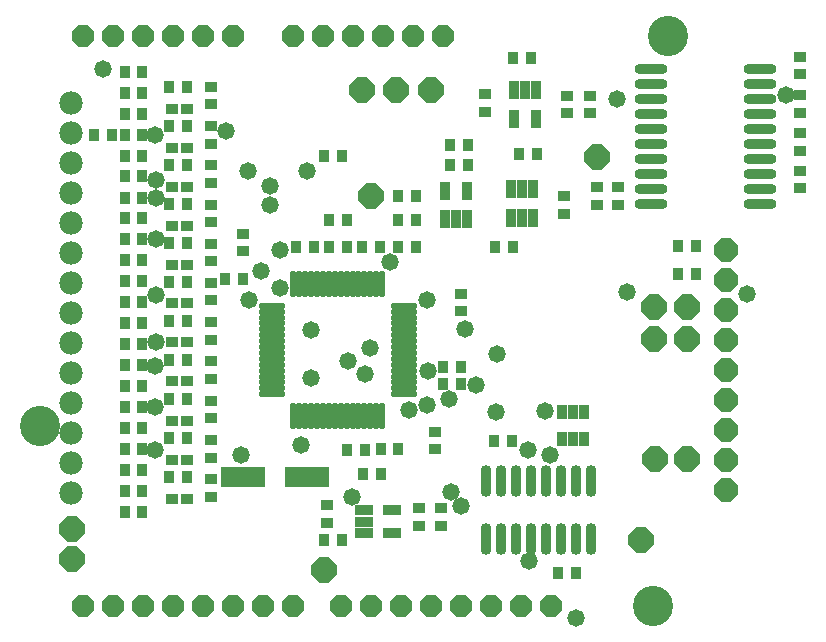
<source format=gts>
%FSLAX44Y44*%
%MOMM*%
G71*
G01*
G75*
G04 Layer_Color=8388736*
%ADD10R,0.9000X0.7000*%
%ADD11O,0.3000X2.1000*%
%ADD12O,2.1000X0.3000*%
%ADD13R,0.6500X1.0500*%
%ADD14R,0.7000X1.3000*%
%ADD15R,1.3000X0.7000*%
%ADD16O,0.7000X2.5000*%
%ADD17O,2.6000X0.7000*%
%ADD18R,0.7000X0.9000*%
%ADD19R,0.9000X0.7000*%
%ADD20R,3.5052X1.6002*%
%ADD21C,0.2540*%
%ADD22C,1.7780*%
%ADD23P,1.8145X8X202.5*%
%ADD24C,3.2004*%
%ADD25P,2.0895X8X112.5*%
%ADD26P,1.9245X8X202.5*%
%ADD27P,2.0895X8X22.5*%
%ADD28C,1.2700*%
%ADD29O,4.1000X1.4500*%
%ADD30C,0.6000*%
%ADD31C,0.2500*%
%ADD32C,0.2032*%
%ADD33C,0.0127*%
%ADD34C,0.1524*%
%ADD35C,0.1270*%
%ADD36C,0.2000*%
%ADD37R,1.1032X0.9032*%
%ADD38O,0.5032X2.3032*%
%ADD39O,2.3032X0.5032*%
%ADD40R,0.8532X1.2532*%
%ADD41R,0.9032X1.5032*%
%ADD42R,1.5032X0.9032*%
%ADD43O,0.9032X2.7032*%
%ADD44O,2.8032X0.9032*%
%ADD45R,0.9032X1.1032*%
%ADD46R,1.1032X0.9032*%
%ADD47R,3.7084X1.8034*%
%ADD48C,1.9812*%
%ADD49P,2.0345X8X202.5*%
%ADD50C,3.4036*%
%ADD51P,2.3094X8X112.5*%
%ADD52P,2.1444X8X202.5*%
%ADD53P,2.3094X8X22.5*%
%ADD54C,1.4732*%
D37*
X458107Y468958D02*
D03*
Y453958D02*
D03*
Y801190D02*
D03*
Y786190D02*
D03*
Y734642D02*
D03*
Y719642D02*
D03*
Y767916D02*
D03*
Y752916D02*
D03*
Y701368D02*
D03*
Y686368D02*
D03*
Y668348D02*
D03*
Y653348D02*
D03*
Y635328D02*
D03*
Y620328D02*
D03*
X669290Y610990D02*
D03*
Y625990D02*
D03*
X956310Y746880D02*
D03*
Y761880D02*
D03*
Y715130D02*
D03*
Y730130D02*
D03*
X485140Y661790D02*
D03*
Y676790D02*
D03*
X556135Y446793D02*
D03*
Y431793D02*
D03*
X458107Y602054D02*
D03*
Y587054D02*
D03*
Y568780D02*
D03*
Y553780D02*
D03*
Y535506D02*
D03*
Y520506D02*
D03*
Y502232D02*
D03*
Y487232D02*
D03*
X647700Y509150D02*
D03*
Y494150D02*
D03*
X633730Y429380D02*
D03*
Y444380D02*
D03*
X652780Y429380D02*
D03*
Y444380D02*
D03*
X784860Y716160D02*
D03*
Y701160D02*
D03*
X689610Y779900D02*
D03*
Y794900D02*
D03*
X802640Y716160D02*
D03*
Y701160D02*
D03*
X956310Y779054D02*
D03*
Y794053D02*
D03*
Y826650D02*
D03*
Y811650D02*
D03*
X756920Y708540D02*
D03*
Y693540D02*
D03*
X778510Y793630D02*
D03*
Y778630D02*
D03*
X759460Y793630D02*
D03*
Y778630D02*
D03*
D38*
X527650Y634320D02*
D03*
X532650D02*
D03*
X537650D02*
D03*
X542650D02*
D03*
X547650D02*
D03*
X552650D02*
D03*
X557650D02*
D03*
X562650D02*
D03*
X567650D02*
D03*
X572650D02*
D03*
X577650D02*
D03*
X582650D02*
D03*
X587650D02*
D03*
X592650D02*
D03*
X597650D02*
D03*
X602650D02*
D03*
Y522320D02*
D03*
X597650D02*
D03*
X592650D02*
D03*
X587650D02*
D03*
X582650D02*
D03*
X577650D02*
D03*
X572650D02*
D03*
X567650D02*
D03*
X562650D02*
D03*
X557650D02*
D03*
X552650D02*
D03*
X547650D02*
D03*
X542650D02*
D03*
X537650D02*
D03*
X532650D02*
D03*
X527650D02*
D03*
D39*
X621150Y615820D02*
D03*
Y610820D02*
D03*
Y605820D02*
D03*
Y600820D02*
D03*
Y595820D02*
D03*
Y590820D02*
D03*
Y585820D02*
D03*
Y580820D02*
D03*
Y575820D02*
D03*
Y570820D02*
D03*
Y565820D02*
D03*
Y560820D02*
D03*
Y555820D02*
D03*
Y550820D02*
D03*
Y545820D02*
D03*
Y540820D02*
D03*
X509150D02*
D03*
Y545820D02*
D03*
Y550820D02*
D03*
Y555820D02*
D03*
Y560820D02*
D03*
Y565820D02*
D03*
Y570820D02*
D03*
Y575820D02*
D03*
Y580820D02*
D03*
Y585820D02*
D03*
Y590820D02*
D03*
Y595820D02*
D03*
Y600820D02*
D03*
Y605820D02*
D03*
Y610820D02*
D03*
Y615820D02*
D03*
D40*
X774040Y525600D02*
D03*
X764540D02*
D03*
X755040D02*
D03*
Y503100D02*
D03*
X764540D02*
D03*
X774040D02*
D03*
D41*
X655980Y688930D02*
D03*
X665480D02*
D03*
X674980D02*
D03*
Y712930D02*
D03*
X655980D02*
D03*
X733400Y798130D02*
D03*
X723900D02*
D03*
X714400D02*
D03*
Y774130D02*
D03*
X733400D02*
D03*
X730860Y714310D02*
D03*
X721360D02*
D03*
X711860D02*
D03*
Y690310D02*
D03*
X721360D02*
D03*
X730860D02*
D03*
D42*
X587440Y442570D02*
D03*
Y433070D02*
D03*
Y423570D02*
D03*
X611440D02*
D03*
Y442570D02*
D03*
D43*
X779780Y467730D02*
D03*
X767080D02*
D03*
X754380D02*
D03*
X741680D02*
D03*
X728980D02*
D03*
X716280D02*
D03*
X703580D02*
D03*
X690880D02*
D03*
X779780Y418730D02*
D03*
X767080D02*
D03*
X754380D02*
D03*
X741680D02*
D03*
X728980D02*
D03*
X716280D02*
D03*
X703580D02*
D03*
X690880D02*
D03*
D44*
X830300Y816610D02*
D03*
Y803910D02*
D03*
Y791210D02*
D03*
Y778510D02*
D03*
Y765810D02*
D03*
Y753110D02*
D03*
Y740410D02*
D03*
Y727710D02*
D03*
Y715010D02*
D03*
Y702310D02*
D03*
X922300Y816610D02*
D03*
Y803910D02*
D03*
Y791210D02*
D03*
Y778510D02*
D03*
Y765810D02*
D03*
Y753110D02*
D03*
Y740410D02*
D03*
Y727710D02*
D03*
Y715010D02*
D03*
Y702310D02*
D03*
D45*
X437192Y800772D02*
D03*
X422192D02*
D03*
X437192Y734644D02*
D03*
X422192D02*
D03*
X437192Y767708D02*
D03*
X422192D02*
D03*
X437192Y701580D02*
D03*
X422192D02*
D03*
X437192Y668516D02*
D03*
X422192D02*
D03*
X437192Y635706D02*
D03*
X422192D02*
D03*
X437192Y602896D02*
D03*
X422192D02*
D03*
X437192Y569832D02*
D03*
X422192D02*
D03*
X437192Y536768D02*
D03*
X422192D02*
D03*
X437192Y503704D02*
D03*
X422192D02*
D03*
X669170Y549910D02*
D03*
X654170D02*
D03*
X669170Y563880D02*
D03*
X654170D02*
D03*
X697350Y501650D02*
D03*
X712350D02*
D03*
X585590Y665480D02*
D03*
X600590D02*
D03*
X868560Y642620D02*
D03*
X853560D02*
D03*
X766960Y389890D02*
D03*
X751960D02*
D03*
X399600Y459108D02*
D03*
X384600D02*
D03*
X399600Y813779D02*
D03*
X384600D02*
D03*
X399600Y742845D02*
D03*
X384600D02*
D03*
X399600Y778312D02*
D03*
X384600D02*
D03*
X399600Y707378D02*
D03*
X384600D02*
D03*
X399600Y671911D02*
D03*
X384600D02*
D03*
X399600Y636697D02*
D03*
X384600D02*
D03*
Y441247D02*
D03*
X399600D02*
D03*
X384600Y796173D02*
D03*
X399600D02*
D03*
X384600Y725238D02*
D03*
X399600D02*
D03*
X384600Y760706D02*
D03*
X399600D02*
D03*
X384600Y689771D02*
D03*
X399600D02*
D03*
X384600Y654304D02*
D03*
X399600D02*
D03*
X384600Y618583D02*
D03*
X399600D02*
D03*
Y600976D02*
D03*
X384600D02*
D03*
X399600Y565509D02*
D03*
X384600D02*
D03*
X399600Y530042D02*
D03*
X384600D02*
D03*
X399600Y494575D02*
D03*
X384600D02*
D03*
Y583116D02*
D03*
X399600D02*
D03*
X384600Y547648D02*
D03*
X399600D02*
D03*
X384600Y512181D02*
D03*
X399600D02*
D03*
X384600Y476714D02*
D03*
X399600D02*
D03*
X529710Y665480D02*
D03*
X544710D02*
D03*
X358768Y760730D02*
D03*
X373768D02*
D03*
X485020Y638810D02*
D03*
X470020D02*
D03*
X553840Y742950D02*
D03*
X568840D02*
D03*
X616070Y688340D02*
D03*
X631070D02*
D03*
X616070Y708660D02*
D03*
X631070D02*
D03*
X601471Y494164D02*
D03*
X616472D02*
D03*
X572890Y494030D02*
D03*
X587890D02*
D03*
X601860Y473710D02*
D03*
X586860D02*
D03*
X616070Y665480D02*
D03*
X631070D02*
D03*
X557650D02*
D03*
X572650D02*
D03*
X868560Y666750D02*
D03*
X853560D02*
D03*
X557650Y688340D02*
D03*
X572650D02*
D03*
X713620Y665480D02*
D03*
X698620D02*
D03*
X568840Y417830D02*
D03*
X553840D02*
D03*
X675520Y751730D02*
D03*
X660520D02*
D03*
X675520Y735220D02*
D03*
X660520D02*
D03*
X718940Y744220D02*
D03*
X733940D02*
D03*
X713860Y825500D02*
D03*
X728860D02*
D03*
X437192Y470641D02*
D03*
X422192D02*
D03*
D46*
X437684Y452497D02*
D03*
X424684D02*
D03*
X437684Y782629D02*
D03*
X424684D02*
D03*
X437684Y716501D02*
D03*
X424684D02*
D03*
X437684Y749565D02*
D03*
X424684D02*
D03*
X437684Y683437D02*
D03*
X424684D02*
D03*
X437684Y650627D02*
D03*
X424684D02*
D03*
X437684Y617817D02*
D03*
X424684D02*
D03*
X437684Y584753D02*
D03*
X424684D02*
D03*
X437684Y551689D02*
D03*
X424684D02*
D03*
X437684Y518625D02*
D03*
X424684D02*
D03*
X437684Y485562D02*
D03*
X424684D02*
D03*
D47*
X538988Y471170D02*
D03*
X484810D02*
D03*
D48*
X339090Y787400D02*
D03*
Y762000D02*
D03*
Y736600D02*
D03*
Y711200D02*
D03*
Y685800D02*
D03*
Y660400D02*
D03*
Y635000D02*
D03*
Y609600D02*
D03*
Y584200D02*
D03*
Y558800D02*
D03*
Y533400D02*
D03*
Y508000D02*
D03*
Y482600D02*
D03*
Y457200D02*
D03*
D49*
X450850Y361950D02*
D03*
X476250Y844550D02*
D03*
X425450Y361950D02*
D03*
X400050D02*
D03*
X374650D02*
D03*
X349250D02*
D03*
X476250D02*
D03*
X501650D02*
D03*
X527050D02*
D03*
X567690D02*
D03*
X593090D02*
D03*
X618490D02*
D03*
X643890D02*
D03*
X669290D02*
D03*
X694690D02*
D03*
X720090D02*
D03*
X745490D02*
D03*
X450850Y844550D02*
D03*
X425450D02*
D03*
X400050D02*
D03*
X374650D02*
D03*
X349250D02*
D03*
X527050D02*
D03*
X552450D02*
D03*
X577850D02*
D03*
X603250D02*
D03*
X628650D02*
D03*
X654050D02*
D03*
D50*
X831850Y361950D02*
D03*
X312850Y514350D02*
D03*
X844550Y844550D02*
D03*
D51*
X861060Y486410D02*
D03*
Y588010D02*
D03*
X833120D02*
D03*
X340360Y401320D02*
D03*
X861060Y614680D02*
D03*
X833120D02*
D03*
X614680Y798830D02*
D03*
D52*
X894080Y460210D02*
D03*
Y485610D02*
D03*
Y511010D02*
D03*
Y536410D02*
D03*
Y561810D02*
D03*
Y587210D02*
D03*
Y612610D02*
D03*
Y638010D02*
D03*
Y663410D02*
D03*
D53*
X833882Y486410D02*
D03*
X593090Y708660D02*
D03*
X784860Y741680D02*
D03*
X340360Y426720D02*
D03*
X553720Y392430D02*
D03*
X821690Y417830D02*
D03*
X585470Y798830D02*
D03*
X643890D02*
D03*
D54*
X411480Y707390D02*
D03*
Y722630D02*
D03*
X366522Y816102D02*
D03*
X533654Y498094D02*
D03*
X542798Y554736D02*
D03*
X410464Y529844D02*
D03*
X726694Y399288D02*
D03*
X672592Y595820D02*
D03*
X640842Y620522D02*
D03*
X410464Y493522D02*
D03*
Y564896D02*
D03*
X625301Y527440D02*
D03*
X944626Y794053D02*
D03*
X577596Y454050D02*
D03*
X726440Y494030D02*
D03*
X609600Y652780D02*
D03*
X516636Y662686D02*
D03*
X488950Y729488D02*
D03*
X507746Y701368D02*
D03*
X516636Y630428D02*
D03*
X507746Y716788D02*
D03*
X489712Y620776D02*
D03*
X573564Y569214D02*
D03*
X482854Y489458D02*
D03*
X592074Y580136D02*
D03*
X911352Y625348D02*
D03*
X745236Y489712D02*
D03*
X588264Y558038D02*
D03*
X659384Y536956D02*
D03*
X661162Y458470D02*
D03*
X669798Y446024D02*
D03*
X641870Y560820D02*
D03*
X410464Y760706D02*
D03*
X411480Y671911D02*
D03*
Y624542D02*
D03*
Y584753D02*
D03*
X470916Y764106D02*
D03*
X499919Y645081D02*
D03*
X801370Y791210D02*
D03*
X681990Y548386D02*
D03*
X740410Y526796D02*
D03*
X699262Y525780D02*
D03*
X641096Y531622D02*
D03*
X700024Y574802D02*
D03*
X810006Y627634D02*
D03*
X542798Y595122D02*
D03*
X539062Y729488D02*
D03*
X766960Y351416D02*
D03*
M02*

</source>
